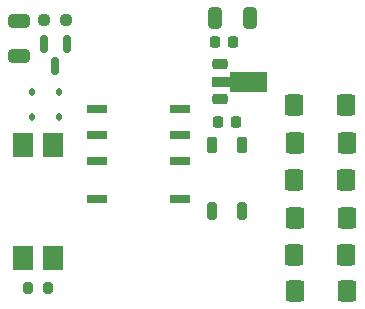
<source format=gbr>
%TF.GenerationSoftware,KiCad,Pcbnew,8.0.2*%
%TF.CreationDate,2024-11-30T22:02:43+01:00*%
%TF.ProjectId,keerlusRelais,6b656572-6c75-4735-9265-6c6169732e6b,rev?*%
%TF.SameCoordinates,Original*%
%TF.FileFunction,Paste,Top*%
%TF.FilePolarity,Positive*%
%FSLAX46Y46*%
G04 Gerber Fmt 4.6, Leading zero omitted, Abs format (unit mm)*
G04 Created by KiCad (PCBNEW 8.0.2) date 2024-11-30 22:02:43*
%MOMM*%
%LPD*%
G01*
G04 APERTURE LIST*
G04 Aperture macros list*
%AMRoundRect*
0 Rectangle with rounded corners*
0 $1 Rounding radius*
0 $2 $3 $4 $5 $6 $7 $8 $9 X,Y pos of 4 corners*
0 Add a 4 corners polygon primitive as box body*
4,1,4,$2,$3,$4,$5,$6,$7,$8,$9,$2,$3,0*
0 Add four circle primitives for the rounded corners*
1,1,$1+$1,$2,$3*
1,1,$1+$1,$4,$5*
1,1,$1+$1,$6,$7*
1,1,$1+$1,$8,$9*
0 Add four rect primitives between the rounded corners*
20,1,$1+$1,$2,$3,$4,$5,0*
20,1,$1+$1,$4,$5,$6,$7,0*
20,1,$1+$1,$6,$7,$8,$9,0*
20,1,$1+$1,$8,$9,$2,$3,0*%
%AMFreePoly0*
4,1,9,3.862500,-0.866500,0.737500,-0.866500,0.737500,-0.450000,-0.737500,-0.450000,-0.737500,0.450000,0.737500,0.450000,0.737500,0.866500,3.862500,0.866500,3.862500,-0.866500,3.862500,-0.866500,$1*%
G04 Aperture macros list end*
%ADD10RoundRect,0.285714X0.514286X0.614286X-0.514286X0.614286X-0.514286X-0.614286X0.514286X-0.614286X0*%
%ADD11RoundRect,0.285714X-0.514286X-0.614286X0.514286X-0.614286X0.514286X0.614286X-0.514286X0.614286X0*%
%ADD12RoundRect,0.212500X-0.212500X0.459000X-0.212500X-0.459000X0.212500X-0.459000X0.212500X0.459000X0*%
%ADD13RoundRect,0.210000X-0.210000X0.461500X-0.210000X-0.461500X0.210000X-0.461500X0.210000X0.461500X0*%
%ADD14RoundRect,0.210000X-0.210000X0.511500X-0.210000X-0.511500X0.210000X-0.511500X0.210000X0.511500X0*%
%ADD15RoundRect,0.200000X0.200000X0.275000X-0.200000X0.275000X-0.200000X-0.275000X0.200000X-0.275000X0*%
%ADD16RoundRect,0.112500X0.112500X-0.187500X0.112500X0.187500X-0.112500X0.187500X-0.112500X-0.187500X0*%
%ADD17RoundRect,0.237500X0.250000X0.237500X-0.250000X0.237500X-0.250000X-0.237500X0.250000X-0.237500X0*%
%ADD18RoundRect,0.250000X-0.325000X-0.650000X0.325000X-0.650000X0.325000X0.650000X-0.325000X0.650000X0*%
%ADD19RoundRect,0.250000X-0.650000X0.325000X-0.650000X-0.325000X0.650000X-0.325000X0.650000X0.325000X0*%
%ADD20R,1.800000X0.800000*%
%ADD21RoundRect,0.150000X-0.150000X0.587500X-0.150000X-0.587500X0.150000X-0.587500X0.150000X0.587500X0*%
%ADD22RoundRect,0.225000X0.225000X0.250000X-0.225000X0.250000X-0.225000X-0.250000X0.225000X-0.250000X0*%
%ADD23RoundRect,0.112500X-0.112500X0.187500X-0.112500X-0.187500X0.112500X-0.187500X0.112500X0.187500X0*%
%ADD24R,1.780000X2.000000*%
%ADD25RoundRect,0.225000X-0.425000X-0.225000X0.425000X-0.225000X0.425000X0.225000X-0.425000X0.225000X0*%
%ADD26FreePoly0,0.000000*%
G04 APERTURE END LIST*
D10*
%TO.C,D7*%
X156047000Y-55855000D03*
X151647000Y-55855000D03*
%TD*%
D11*
%TO.C,D6*%
X151583000Y-46330000D03*
X155983000Y-46330000D03*
%TD*%
D12*
%TO.C,D1*%
X147198000Y-49728500D03*
D13*
X144653000Y-49728500D03*
D14*
X144653000Y-55321500D03*
X147193000Y-55321500D03*
%TD*%
D15*
%TO.C,R1*%
X130746000Y-61824000D03*
X129096000Y-61824000D03*
%TD*%
D16*
%TO.C,D2*%
X131707000Y-47340000D03*
X131707000Y-45240000D03*
%TD*%
D10*
%TO.C,D9*%
X156074000Y-62078000D03*
X151674000Y-62078000D03*
%TD*%
D17*
%TO.C,R2*%
X132260000Y-39141500D03*
X130435000Y-39141500D03*
%TD*%
D18*
%TO.C,C2*%
X144911500Y-38966000D03*
X147861500Y-38966000D03*
%TD*%
D19*
%TO.C,C4*%
X128323000Y-39239500D03*
X128323000Y-42189500D03*
%TD*%
D20*
%TO.C,K1*%
X141921000Y-54300000D03*
X141921000Y-51100000D03*
X141921000Y-48900000D03*
X141921000Y-46700000D03*
X134921000Y-46700000D03*
X134921000Y-48900000D03*
X134921000Y-51100000D03*
X134921000Y-54300000D03*
%TD*%
D11*
%TO.C,D8*%
X151583000Y-59030000D03*
X155983000Y-59030000D03*
%TD*%
D10*
%TO.C,D4*%
X156047000Y-49505000D03*
X151647000Y-49505000D03*
%TD*%
D21*
%TO.C,Q2*%
X132321000Y-41125000D03*
X130421000Y-41125000D03*
X131371000Y-43000000D03*
%TD*%
D22*
%TO.C,C3*%
X146399500Y-40998000D03*
X144849500Y-40998000D03*
%TD*%
D23*
%TO.C,D3*%
X129421000Y-45240000D03*
X129421000Y-47340000D03*
%TD*%
D24*
%TO.C,U2*%
X128651000Y-59265000D03*
X131191000Y-59265000D03*
X131191000Y-49735000D03*
X128651000Y-49735000D03*
%TD*%
D11*
%TO.C,D5*%
X151547000Y-52680000D03*
X155947000Y-52680000D03*
%TD*%
D25*
%TO.C,U1*%
X145288000Y-42846000D03*
D26*
X145375500Y-44346000D03*
D25*
X145288000Y-45846000D03*
%TD*%
D22*
%TO.C,C1*%
X146653500Y-47729000D03*
X145103500Y-47729000D03*
%TD*%
M02*

</source>
